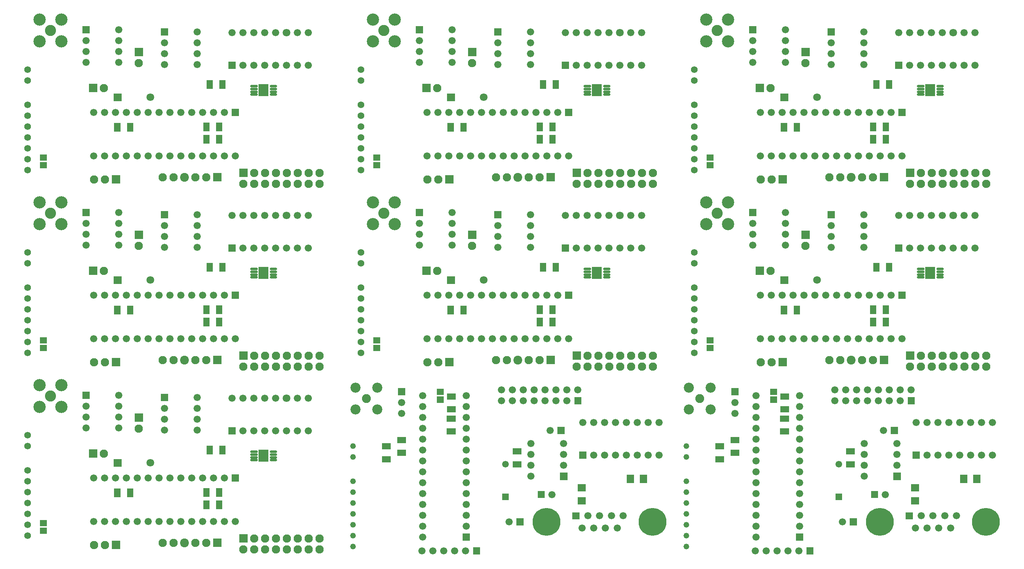
<source format=gbr>
G04 start of page 5 for group -4062 idx -4062 *
G04 Title: (unknown), soldermask *
G04 Creator: pcb 20091103 *
G04 CreationDate: Чтв 05 Янв 2012 09:41:11 UTC *
G04 For: aml *
G04 Format: Gerber/RS-274X *
G04 PCB-Dimensions: 948000 534000 *
G04 PCB-Coordinate-Origin: lower left *
%MOIN*%
%FSLAX25Y25*%
%LNBACKMASK*%
%ADD11C,0.0200*%
%ADD23C,0.0760*%
%ADD39C,0.0660*%
%ADD40C,0.0710*%
%ADD41C,0.0620*%
%ADD42C,0.1120*%
%ADD43C,0.1020*%
%ADD44C,0.0810*%
%ADD45C,0.0920*%
%ADD46C,0.0820*%
%ADD47C,0.0520*%
%ADD48C,0.2560*%
%ADD49C,0.0610*%
%ADD50R,0.0572X0.0572*%
%ADD52R,0.0660X0.0660*%
%ADD53C,0.0230*%
%ADD54R,0.0900X0.0900*%
G54D39*X151500Y429800D03*
G54D11*G36*
X109950Y447350D02*Y440250D01*
X117050D01*
Y447350D01*
X109950D01*
G37*
G54D40*X143500Y443800D03*
G54D39*X141500Y429800D03*
X131500D03*
X121500D03*
G54D11*G36*
X129200Y489100D02*Y481500D01*
X136800D01*
Y489100D01*
X129200D01*
G37*
G36*
X153200Y507100D02*Y500500D01*
X159800D01*
Y507100D01*
X153200D01*
G37*
G54D39*X156500Y493800D03*
Y483800D03*
G54D11*G36*
X81200Y509100D02*Y502500D01*
X87800D01*
Y509100D01*
X81200D01*
G37*
G54D39*X114500Y505800D03*
X84500Y495800D03*
X114500D03*
X84500Y485800D03*
Y475800D03*
X114500D03*
Y485800D03*
G54D11*G36*
X215200Y476600D02*Y470000D01*
X221800D01*
Y476600D01*
X215200D01*
G37*
G54D39*X186500Y473800D03*
Y483800D03*
Y493800D03*
X228500Y473300D03*
X238500D03*
X248500D03*
X258500D03*
G54D11*X247500Y450300D03*
G54D39*X258500Y503300D03*
X248500D03*
X238500D03*
X228500D03*
X218500D03*
X186500Y503800D03*
X111500Y429800D03*
X101500D03*
X91500D03*
G54D11*G36*
X87200Y456100D02*Y448500D01*
X94800D01*
Y456100D01*
X87200D01*
G37*
G54D23*X101000Y452300D03*
X133000Y475300D03*
G54D39*X156500Y473800D03*
G54D41*X31000Y469300D03*
Y459300D03*
Y436800D03*
Y426800D03*
Y416800D03*
Y406800D03*
Y396800D03*
Y386800D03*
Y376800D03*
G54D42*X42000Y515300D03*
G54D43*X52000Y505300D03*
G54D42*X62000Y515300D03*
Y495300D03*
X42000D03*
G54D39*X268500Y473300D03*
X278500D03*
X288500D03*
Y503300D03*
X278500D03*
G54D40*X268500D03*
G54D42*X348000Y515300D03*
X368000D03*
G54D43*X358000Y505300D03*
G54D42*X368000Y495300D03*
X348000D03*
G54D41*X337000Y469300D03*
Y459300D03*
Y436800D03*
Y426800D03*
Y416800D03*
Y406800D03*
Y396800D03*
Y386800D03*
Y376800D03*
G54D11*G36*
X108200Y372100D02*Y364500D01*
X115800D01*
Y372100D01*
X108200D01*
G37*
G54D23*X102000Y368300D03*
X92000D03*
G54D39*X114500Y337800D03*
G54D23*X155000Y370300D03*
G54D39*X91500Y389800D03*
X101500D03*
X111500D03*
X121500D03*
X131500D03*
X141500D03*
X151500D03*
G54D11*G36*
X225200Y378100D02*Y370500D01*
X232800D01*
Y378100D01*
X225200D01*
G37*
G54D23*X229000Y364300D03*
X239000Y374300D03*
Y364300D03*
X249000Y374300D03*
Y364300D03*
G54D39*X258500Y335300D03*
X248500D03*
X238500D03*
X228500D03*
X218500D03*
G54D11*G36*
X201200Y374100D02*Y366500D01*
X208800D01*
Y374100D01*
X201200D01*
G37*
G54D23*X195000Y370300D03*
X185000D03*
G54D44*X175000D03*
G54D23*X165000D03*
G54D39*X161500Y389800D03*
X171500D03*
X181500D03*
G54D11*G36*
X153200Y339100D02*Y332500D01*
X159800D01*
Y339100D01*
X153200D01*
G37*
G54D39*X186500Y335800D03*
G54D11*G36*
X218200Y433100D02*Y426500D01*
X224800D01*
Y433100D01*
X218200D01*
G37*
G54D39*X211500Y429800D03*
X201500D03*
X191500D03*
X181500D03*
X171500D03*
X161500D03*
X191500Y389800D03*
X201500D03*
X211500D03*
X221500D03*
G54D23*X259000Y374300D03*
X269000D03*
X279000D03*
X289000D03*
X299000D03*
X259000Y364300D03*
X269000D03*
X279000D03*
X289000D03*
X299000D03*
G54D39*X288500Y335300D03*
X278500D03*
G54D40*X268500D03*
G54D11*G36*
X414200Y372100D02*Y364500D01*
X421800D01*
Y372100D01*
X414200D01*
G37*
G54D23*X408000Y368300D03*
X398000D03*
G54D39*X397500Y389800D03*
X407500D03*
X417500D03*
X427500D03*
G54D11*G36*
X531200Y378100D02*Y370500D01*
X538800D01*
Y378100D01*
X531200D01*
G37*
G54D23*X535000Y364300D03*
X545000Y374300D03*
Y364300D03*
X555000Y374300D03*
Y364300D03*
X565000Y374300D03*
X575000D03*
X585000D03*
X595000D03*
X605000D03*
G54D41*X643000Y376800D03*
G54D23*X565000Y364300D03*
X575000D03*
X585000D03*
X595000D03*
X605000D03*
G54D11*G36*
X507200Y374100D02*Y366500D01*
X514800D01*
Y374100D01*
X507200D01*
G37*
G54D23*X501000Y370300D03*
X491000D03*
G54D44*X481000D03*
G54D23*X471000D03*
X461000D03*
G54D39*X437500Y389800D03*
X447500D03*
X457500D03*
X467500D03*
X477500D03*
X487500D03*
X497500D03*
X507500D03*
X517500D03*
X527500D03*
G54D41*X643000Y396800D03*
Y386800D03*
G54D11*G36*
X415950Y447350D02*Y440250D01*
X423050D01*
Y447350D01*
X415950D01*
G37*
G54D39*X457500Y429800D03*
X447500D03*
X437500D03*
X427500D03*
X417500D03*
X407500D03*
X397500D03*
G54D11*G36*
X393200Y456100D02*Y448500D01*
X400800D01*
Y456100D01*
X393200D01*
G37*
G54D23*X407000Y452300D03*
G54D11*G36*
X524200Y433100D02*Y426500D01*
X530800D01*
Y433100D01*
X524200D01*
G37*
G54D39*X517500Y429800D03*
X507500D03*
G54D11*G36*
X521200Y476600D02*Y470000D01*
X527800D01*
Y476600D01*
X521200D01*
G37*
G54D39*X534500Y473300D03*
X544500D03*
X554500D03*
X564500D03*
Y503300D03*
X554500D03*
X544500D03*
X534500D03*
X524500D03*
X574500Y473300D03*
G54D40*Y503300D03*
G54D39*X584500Y473300D03*
X594500D03*
Y503300D03*
X584500D03*
G54D11*X553500Y450300D03*
G54D39*X497500Y429800D03*
X487500D03*
X477500D03*
X467500D03*
X492500Y473800D03*
Y483800D03*
Y493800D03*
Y503800D03*
G54D11*G36*
X435200Y489100D02*Y481500D01*
X442800D01*
Y489100D01*
X435200D01*
G37*
G54D23*X439000Y475300D03*
G54D11*G36*
X459200Y507100D02*Y500500D01*
X465800D01*
Y507100D01*
X459200D01*
G37*
G54D39*X462500Y493800D03*
Y483800D03*
Y473800D03*
G54D11*G36*
X387200Y509100D02*Y502500D01*
X393800D01*
Y509100D01*
X387200D01*
G37*
G54D39*X390500Y495800D03*
Y485800D03*
Y475800D03*
X420500D03*
Y485800D03*
Y495800D03*
Y505800D03*
G54D11*G36*
X720200Y372100D02*Y364500D01*
X727800D01*
Y372100D01*
X720200D01*
G37*
G54D23*X714000Y368300D03*
X704000D03*
G54D39*X703500Y389800D03*
X713500D03*
X723500D03*
G54D23*X841000Y364300D03*
X851000Y374300D03*
X861000D03*
X871000D03*
X851000Y364300D03*
X861000D03*
X871000D03*
X881000D03*
X891000D03*
X901000D03*
X881000Y374300D03*
X891000D03*
X901000D03*
X911000D03*
Y364300D03*
G54D11*G36*
X837200Y378100D02*Y370500D01*
X844800D01*
Y378100D01*
X837200D01*
G37*
G36*
X813200Y374100D02*Y366500D01*
X820800D01*
Y374100D01*
X813200D01*
G37*
G54D23*X807000Y370300D03*
X797000D03*
G54D44*X787000D03*
G54D23*X777000D03*
X767000D03*
G54D39*X733500Y389800D03*
X743500D03*
X753500D03*
X763500D03*
X773500D03*
X783500D03*
X793500D03*
X803500D03*
X813500D03*
X823500D03*
X833500D03*
G54D40*X449500Y443800D03*
G54D11*G36*
X721950Y447350D02*Y440250D01*
X729050D01*
Y447350D01*
X721950D01*
G37*
G54D40*X755500Y443800D03*
G54D11*G36*
X830200Y433100D02*Y426500D01*
X836800D01*
Y433100D01*
X830200D01*
G37*
G54D39*X823500Y429800D03*
X813500D03*
G54D11*G36*
X827200Y476600D02*Y470000D01*
X833800D01*
Y476600D01*
X827200D01*
G37*
G54D39*X840500Y473300D03*
X850500D03*
X860500D03*
X870500D03*
Y503300D03*
X860500D03*
X850500D03*
X840500D03*
X830500D03*
X880500Y473300D03*
G54D40*Y503300D03*
G54D39*X890500Y473300D03*
X900500D03*
Y503300D03*
X890500D03*
G54D11*X859500Y450300D03*
G54D39*X773500Y429800D03*
X763500D03*
X753500D03*
X743500D03*
X733500D03*
X803500D03*
X793500D03*
X783500D03*
G54D11*G36*
X741200Y489100D02*Y481500D01*
X748800D01*
Y489100D01*
X741200D01*
G37*
G54D23*X745000Y475300D03*
G54D11*G36*
X765200Y507100D02*Y500500D01*
X771800D01*
Y507100D01*
X765200D01*
G37*
G54D39*X768500Y493800D03*
Y483800D03*
Y473800D03*
X798500D03*
Y483800D03*
Y493800D03*
Y503800D03*
G54D41*X643000Y469300D03*
Y459300D03*
Y436800D03*
Y426800D03*
Y416800D03*
Y406800D03*
G54D42*X654000Y515300D03*
Y495300D03*
X674000D03*
Y515300D03*
G54D39*X723500Y429800D03*
X713500D03*
X703500D03*
G54D43*X664000Y505300D03*
G54D11*G36*
X693200Y509100D02*Y502500D01*
X699800D01*
Y509100D01*
X693200D01*
G37*
G54D39*X696500Y495800D03*
Y485800D03*
Y475800D03*
G54D11*G36*
X699200Y456100D02*Y448500D01*
X706800D01*
Y456100D01*
X699200D01*
G37*
G54D23*X713000Y452300D03*
G54D39*X726500Y475800D03*
Y485800D03*
Y495800D03*
Y505800D03*
G54D23*X279000Y206300D03*
X289000D03*
X299000D03*
G54D11*G36*
X531200Y210100D02*Y202500D01*
X538800D01*
Y210100D01*
X531200D01*
G37*
G54D41*X337000Y208800D03*
G54D11*G36*
X414200Y204100D02*Y196500D01*
X421800D01*
Y204100D01*
X414200D01*
G37*
G54D23*X408000Y200300D03*
X398000D03*
G54D39*X397500Y221800D03*
X407500D03*
X417500D03*
G54D41*X337000Y228800D03*
Y218800D03*
G54D39*X467500Y221800D03*
X477500D03*
X487500D03*
X497500D03*
X507500D03*
X517500D03*
X527500D03*
G54D23*X545000Y206300D03*
Y196300D03*
X555000Y206300D03*
X565000D03*
X575000D03*
X585000D03*
X595000D03*
X605000D03*
X555000Y196300D03*
X565000D03*
X575000D03*
X585000D03*
X595000D03*
X605000D03*
X535000D03*
G54D11*G36*
X507200Y206100D02*Y198500D01*
X514800D01*
Y206100D01*
X507200D01*
G37*
G54D23*X501000Y202300D03*
X491000D03*
G54D41*X643000Y208800D03*
G54D44*X481000Y202300D03*
G54D23*X471000D03*
X461000D03*
G54D39*X427500Y221800D03*
X437500D03*
X447500D03*
X457500D03*
G54D11*G36*
X720200Y204100D02*Y196500D01*
X727800D01*
Y204100D01*
X720200D01*
G37*
G54D23*X714000Y200300D03*
X704000D03*
G54D39*X703500Y221800D03*
X713500D03*
X723500D03*
X733500D03*
G54D11*G36*
X837200Y210100D02*Y202500D01*
X844800D01*
Y210100D01*
X837200D01*
G37*
G54D23*X841000Y196300D03*
X851000Y206300D03*
Y196300D03*
X861000Y206300D03*
Y196300D03*
X871000Y206300D03*
X881000D03*
X891000D03*
X901000D03*
X911000D03*
X871000Y196300D03*
X881000D03*
X891000D03*
X901000D03*
X911000D03*
G54D11*G36*
X813200Y206100D02*Y198500D01*
X820800D01*
Y206100D01*
X813200D01*
G37*
G54D23*X807000Y202300D03*
X797000D03*
G54D44*X787000D03*
G54D23*X777000D03*
X767000D03*
G54D39*X743500Y221800D03*
X753500D03*
X763500D03*
X773500D03*
X783500D03*
X793500D03*
X803500D03*
X813500D03*
X823500D03*
X833500D03*
G54D41*X643000Y228800D03*
Y218800D03*
G54D11*G36*
X415950Y279350D02*Y272250D01*
X423050D01*
Y279350D01*
X415950D01*
G37*
G54D40*X449500Y275800D03*
G54D39*X467500Y261800D03*
X457500D03*
G54D11*G36*
X435200Y321100D02*Y313500D01*
X442800D01*
Y321100D01*
X435200D01*
G37*
G36*
X459200Y339100D02*Y332500D01*
X465800D01*
Y339100D01*
X459200D01*
G37*
G54D39*X462500Y325800D03*
Y315800D03*
X420500Y307800D03*
Y317800D03*
Y327800D03*
Y337800D03*
G54D11*G36*
X524200Y265100D02*Y258500D01*
X530800D01*
Y265100D01*
X524200D01*
G37*
G54D39*X517500Y261800D03*
X507500D03*
X497500D03*
X487500D03*
X477500D03*
G54D11*X553500Y282300D03*
G36*
X521200Y308600D02*Y302000D01*
X527800D01*
Y308600D01*
X521200D01*
G37*
G54D39*X534500Y305300D03*
X492500Y305800D03*
Y315800D03*
Y325800D03*
X544500Y305300D03*
X554500D03*
X564500D03*
X574500D03*
X584500D03*
X594500D03*
Y335300D03*
X584500D03*
G54D40*X574500D03*
G54D39*X564500D03*
X554500D03*
X544500D03*
X534500D03*
X524500D03*
X492500Y335800D03*
X447500Y261800D03*
X437500D03*
X427500D03*
X417500D03*
X407500D03*
G54D23*X439000Y307300D03*
G54D39*X462500Y305800D03*
G54D41*X337000Y301300D03*
Y291300D03*
G54D11*G36*
X393200Y288100D02*Y280500D01*
X400800D01*
Y288100D01*
X393200D01*
G37*
G54D23*X407000Y284300D03*
G54D39*X390500Y307800D03*
X397500Y261800D03*
G54D41*X337000Y268800D03*
Y258800D03*
Y248800D03*
Y238800D03*
G54D42*X348000Y347300D03*
G54D43*X358000Y337300D03*
G54D42*X348000Y327300D03*
X368000Y347300D03*
Y327300D03*
G54D11*G36*
X387200Y341100D02*Y334500D01*
X393800D01*
Y341100D01*
X387200D01*
G37*
G54D39*X390500Y327800D03*
Y317800D03*
G54D11*G36*
X721950Y279350D02*Y272250D01*
X729050D01*
Y279350D01*
X721950D01*
G37*
G36*
X699200Y288100D02*Y280500D01*
X706800D01*
Y288100D01*
X699200D01*
G37*
G54D23*X713000Y284300D03*
G54D40*X755500Y275800D03*
G54D39*X763500Y261800D03*
X753500D03*
X743500D03*
X733500D03*
X723500D03*
X713500D03*
X703500D03*
G54D11*G36*
X830200Y265100D02*Y258500D01*
X836800D01*
Y265100D01*
X830200D01*
G37*
G54D39*X823500Y261800D03*
X813500D03*
G54D11*G36*
X827200Y308600D02*Y302000D01*
X833800D01*
Y308600D01*
X827200D01*
G37*
G54D39*X840500Y305300D03*
X850500D03*
X860500D03*
X870500D03*
Y335300D03*
X860500D03*
X850500D03*
X840500D03*
X830500D03*
X880500Y305300D03*
G54D40*Y335300D03*
G54D39*X890500Y305300D03*
X900500D03*
Y335300D03*
X890500D03*
G54D11*X859500Y282300D03*
G54D39*X803500Y261800D03*
X793500D03*
X783500D03*
X773500D03*
G54D11*G36*
X741200Y321100D02*Y313500D01*
X748800D01*
Y321100D01*
X741200D01*
G37*
G54D23*X745000Y307300D03*
G54D11*G36*
X765200Y339100D02*Y332500D01*
X771800D01*
Y339100D01*
X765200D01*
G37*
G54D39*X768500Y325800D03*
Y315800D03*
Y305800D03*
X726500Y307800D03*
Y317800D03*
Y327800D03*
Y337800D03*
X798500Y305800D03*
Y315800D03*
Y325800D03*
Y335800D03*
G54D41*X643000Y301300D03*
G54D42*X654000Y327300D03*
G54D41*X643000Y291300D03*
Y268800D03*
Y258800D03*
Y248800D03*
Y238800D03*
G54D42*X654000Y347300D03*
G54D43*X664000Y337300D03*
G54D42*X674000Y327300D03*
Y347300D03*
G54D11*G36*
X693200Y341100D02*Y334500D01*
X699800D01*
Y341100D01*
X693200D01*
G37*
G54D39*X696500Y327800D03*
Y317800D03*
Y307800D03*
G54D11*G36*
X201200Y206100D02*Y198500D01*
X208800D01*
Y206100D01*
X201200D01*
G37*
G54D23*X195000Y202300D03*
X185000D03*
G54D44*X175000D03*
G54D23*X165000D03*
X155000D03*
G54D11*G36*
X153200Y171100D02*Y164500D01*
X159800D01*
Y171100D01*
X153200D01*
G37*
G54D39*X186500Y167800D03*
X156500Y157800D03*
Y147800D03*
Y137800D03*
X186500D03*
Y147800D03*
Y157800D03*
G54D11*G36*
X218200Y265100D02*Y258500D01*
X224800D01*
Y265100D01*
X218200D01*
G37*
G54D39*X211500Y261800D03*
X201500D03*
X191500D03*
X181500D03*
X171500D03*
X161500D03*
X151500D03*
G54D11*G36*
X215200Y308600D02*Y302000D01*
X221800D01*
Y308600D01*
X215200D01*
G37*
G54D39*X186500Y305800D03*
Y315800D03*
Y325800D03*
X228500Y305300D03*
G54D11*X247500Y282300D03*
G54D39*X238500Y305300D03*
X248500D03*
X258500D03*
X268500D03*
X278500D03*
X288500D03*
X151500Y221800D03*
X161500D03*
X171500D03*
X181500D03*
X191500D03*
X201500D03*
X211500D03*
X221500D03*
G54D40*X143500Y275800D03*
G54D39*X141500Y261800D03*
X131500D03*
X121500D03*
G54D11*G36*
X109950Y279350D02*Y272250D01*
X117050D01*
Y279350D01*
X109950D01*
G37*
G54D39*X111500Y261800D03*
X101500D03*
X91500D03*
G54D11*G36*
X87200Y288100D02*Y280500D01*
X94800D01*
Y288100D01*
X87200D01*
G37*
G54D23*X101000Y284300D03*
G54D39*X114500Y159800D03*
Y169800D03*
G54D41*X31000Y301300D03*
Y291300D03*
G54D42*X42000Y327300D03*
G54D41*X31000Y268800D03*
Y258800D03*
Y248800D03*
Y238800D03*
G54D42*X42000Y179300D03*
G54D41*X31000Y228800D03*
Y218800D03*
Y208800D03*
G54D42*X42000Y347300D03*
G54D43*X52000Y337300D03*
G54D42*X62000Y327300D03*
Y347300D03*
G54D43*X52000Y169300D03*
G54D42*X62000Y159300D03*
X42000D03*
X62000Y179300D03*
G54D11*G36*
X129200Y321100D02*Y313500D01*
X136800D01*
Y321100D01*
X129200D01*
G37*
G54D23*X133000Y307300D03*
G54D39*X156500Y325800D03*
Y315800D03*
Y305800D03*
G54D11*G36*
X81200Y341100D02*Y334500D01*
X87800D01*
Y341100D01*
X81200D01*
G37*
G54D39*X84500Y327800D03*
Y317800D03*
Y307800D03*
X114500D03*
Y317800D03*
Y327800D03*
G54D11*G36*
X108200Y36100D02*Y28500D01*
X115800D01*
Y36100D01*
X108200D01*
G37*
G54D23*X102000Y32300D03*
X92000D03*
G54D11*G36*
X225200Y42100D02*Y34500D01*
X232800D01*
Y42100D01*
X225200D01*
G37*
G54D23*X229000Y28300D03*
X239000Y38300D03*
Y28300D03*
X249000Y38300D03*
Y28300D03*
X259000Y38300D03*
Y28300D03*
X269000D03*
X279000D03*
X289000D03*
X299000D03*
X269000Y38300D03*
X279000D03*
X289000D03*
X299000D03*
G54D11*G36*
X201200Y38100D02*Y30500D01*
X208800D01*
Y38100D01*
X201200D01*
G37*
G54D23*X195000Y34300D03*
X185000D03*
G54D44*X175000D03*
G54D23*X165000D03*
X155000D03*
G54D11*G36*
X218200Y97100D02*Y90500D01*
X224800D01*
Y97100D01*
X218200D01*
G37*
G54D39*X211500Y93800D03*
X201500D03*
X191500D03*
X181500D03*
X171500D03*
X161500Y53800D03*
X171500D03*
X181500D03*
X191500D03*
X201500D03*
X211500D03*
X221500D03*
X161500Y93800D03*
X151500D03*
X141500D03*
X131500D03*
X121500D03*
X111500D03*
X101500D03*
X91500D03*
Y53800D03*
X101500D03*
X111500D03*
X121500D03*
X131500D03*
X141500D03*
X151500D03*
G54D11*G36*
X108200Y204100D02*Y196500D01*
X115800D01*
Y204100D01*
X108200D01*
G37*
G54D23*X102000Y200300D03*
X92000D03*
G54D39*X91500Y221800D03*
X101500D03*
X111500D03*
X121500D03*
X131500D03*
G54D11*G36*
X129200Y153100D02*Y145500D01*
X136800D01*
Y153100D01*
X129200D01*
G37*
G54D23*X133000Y139300D03*
G54D39*X141500Y221800D03*
X114500Y139800D03*
Y149800D03*
G54D41*X31000Y133300D03*
Y123300D03*
Y100800D03*
Y90800D03*
Y80800D03*
Y70800D03*
Y60800D03*
Y50800D03*
Y40800D03*
G54D11*G36*
X109950Y111350D02*Y104250D01*
X117050D01*
Y111350D01*
X109950D01*
G37*
G36*
X87200Y120100D02*Y112500D01*
X94800D01*
Y120100D01*
X87200D01*
G37*
G54D23*X101000Y116300D03*
G54D40*X143500Y107800D03*
G54D11*G36*
X81200Y173100D02*Y166500D01*
X87800D01*
Y173100D01*
X81200D01*
G37*
G54D39*X84500Y159800D03*
Y149800D03*
Y139800D03*
G54D11*G36*
X225200Y210100D02*Y202500D01*
X232800D01*
Y210100D01*
X225200D01*
G37*
G54D23*X229000Y196300D03*
X239000Y206300D03*
Y196300D03*
X249000Y206300D03*
Y196300D03*
X259000Y206300D03*
Y196300D03*
G54D11*G36*
X215200Y140600D02*Y134000D01*
X221800D01*
Y140600D01*
X215200D01*
G37*
G54D39*X228500Y137300D03*
X238500D03*
X248500D03*
X258500D03*
X268500D03*
X278500D03*
X288500D03*
G54D11*X247500Y114300D03*
G54D23*X269000Y206300D03*
Y196300D03*
X279000D03*
X289000D03*
X299000D03*
G54D39*X288500Y167300D03*
X278500D03*
G54D40*X268500D03*
G54D39*X258500D03*
X248500D03*
X238500D03*
X228500D03*
X218500D03*
G54D45*X332000Y177000D03*
G54D46*X342000Y167000D03*
G54D45*X352000Y157000D03*
X332000D03*
X352000Y177000D03*
G54D39*X393500Y169500D03*
G54D11*G36*
X370890Y176490D02*Y169890D01*
X377490D01*
Y176490D01*
X370890D01*
G37*
G54D39*X374190Y163190D03*
Y153190D03*
X393500Y159500D03*
Y149500D03*
Y139500D03*
Y129500D03*
Y119500D03*
Y109500D03*
Y99500D03*
Y89500D03*
Y79500D03*
Y69500D03*
Y59500D03*
Y49500D03*
Y39500D03*
X393000Y27000D03*
G54D47*X329500Y123310D03*
Y113310D03*
Y90810D03*
Y80810D03*
Y70810D03*
Y60810D03*
Y50810D03*
Y40810D03*
Y30810D03*
G54D11*G36*
X466450Y79550D02*Y73450D01*
X472550D01*
Y79550D01*
X466450D01*
G37*
G36*
X499019Y82033D02*Y75433D01*
X505619D01*
Y82033D01*
X499019D01*
G37*
G54D39*X512319Y78733D03*
X493000Y105500D03*
Y95500D03*
G54D11*G36*
X479562Y56800D02*Y50200D01*
X486162D01*
Y56800D01*
X479562D01*
G37*
G54D39*X472862Y53500D03*
G54D11*G36*
X531000Y62400D02*Y55800D01*
X537600D01*
Y62400D01*
X531000D01*
G37*
G54D39*X539700Y47900D03*
G54D48*X507300Y53500D03*
G54D39*X545100Y59100D03*
X550500Y47900D03*
X561300D03*
X572100D03*
G54D48*X604500Y53500D03*
G54D11*G36*
X517200Y140800D02*Y134200D01*
X523800D01*
Y140800D01*
X517200D01*
G37*
G54D39*X510500Y137500D03*
G54D11*G36*
X519450Y99050D02*Y91950D01*
X526550D01*
Y99050D01*
X519450D01*
G37*
G54D39*X523000Y105500D03*
Y115500D03*
Y125500D03*
X493000D03*
Y115500D03*
G54D11*G36*
X537200Y118300D02*Y111700D01*
X543800D01*
Y118300D01*
X537200D01*
G37*
G36*
X430200Y42800D02*Y36200D01*
X436800D01*
Y42800D01*
X430200D01*
G37*
G36*
X439700Y30300D02*Y23700D01*
X446300D01*
Y30300D01*
X439700D01*
G37*
G54D39*X433000Y27000D03*
X423000D03*
X413000D03*
X403000D03*
X433500Y49500D03*
Y59500D03*
Y69500D03*
Y79500D03*
Y89500D03*
Y99500D03*
Y109500D03*
Y119500D03*
Y129500D03*
Y139500D03*
Y149500D03*
Y159500D03*
Y169500D03*
X580500Y145000D03*
G54D11*G36*
X823200Y140800D02*Y134200D01*
X829800D01*
Y140800D01*
X823200D01*
G37*
G54D39*X816500Y137500D03*
X739500Y139500D03*
X699500D03*
X739500Y119500D03*
G54D47*X635500Y123310D03*
G54D39*X739500Y129500D03*
Y149500D03*
X699500D03*
Y129500D03*
Y119500D03*
G54D45*X638000Y177000D03*
G54D46*X648000Y167000D03*
G54D45*X658000Y157000D03*
X638000D03*
X658000Y177000D03*
G54D39*X739500Y159500D03*
Y169500D03*
X699500D03*
Y159500D03*
G54D11*G36*
X676890Y176490D02*Y169890D01*
X683490D01*
Y176490D01*
X676890D01*
G37*
G54D39*X680190Y163190D03*
Y153190D03*
G54D11*G36*
X838700Y168300D02*Y161700D01*
X845300D01*
Y168300D01*
X838700D01*
G37*
G54D39*X842000Y175000D03*
X832000Y165000D03*
Y175000D03*
X829000Y115500D03*
Y125500D03*
X799000D03*
Y115500D03*
G54D11*G36*
X843200Y118300D02*Y111700D01*
X849800D01*
Y118300D01*
X843200D01*
G37*
G54D39*X856500Y115000D03*
X866500D03*
X876500D03*
Y145000D03*
X866500D03*
X856500D03*
X846500D03*
X886500Y115000D03*
Y145000D03*
X896500Y115000D03*
Y145000D03*
X906500Y115000D03*
X916500D03*
Y145000D03*
X906500D03*
X822000Y175000D03*
X812000D03*
X802000D03*
X792000D03*
X822000Y165000D03*
X812000D03*
X802000D03*
X792000D03*
X782000D03*
X772000D03*
G54D11*G36*
X532700Y168300D02*Y161700D01*
X539300D01*
Y168300D01*
X532700D01*
G37*
G54D39*X536000Y175000D03*
X526000D03*
X516000D03*
X782000D03*
X772000D03*
X526000Y165000D03*
X516000D03*
X506000D03*
X496000D03*
X486000D03*
X476000D03*
X506000Y175000D03*
X496000D03*
X486000D03*
X476000D03*
X466000Y165000D03*
Y175000D03*
X550500Y115000D03*
X560500D03*
X570500D03*
X580500D03*
X590500D03*
X600500D03*
X610500D03*
Y145000D03*
X600500D03*
X590500D03*
X570500D03*
X560500D03*
X550500D03*
X540500D03*
G54D49*X469500Y106500D03*
G54D39*X555900Y59100D03*
X566700D03*
X577500D03*
G54D47*X635500Y113310D03*
Y90810D03*
Y80810D03*
Y70810D03*
Y60810D03*
Y50810D03*
Y40810D03*
Y30810D03*
G54D39*X845700Y47900D03*
G54D48*X813300Y53500D03*
G54D39*X856500Y47900D03*
X867300D03*
X878100D03*
G54D48*X910500Y53500D03*
G54D11*G36*
X772450Y79550D02*Y73450D01*
X778550D01*
Y79550D01*
X772450D01*
G37*
G36*
X805019Y82033D02*Y75433D01*
X811619D01*
Y82033D01*
X805019D01*
G37*
G54D39*X818319Y78733D03*
X739500Y79500D03*
X699500D03*
X739500Y89500D03*
X699500D03*
G54D49*X775500Y106500D03*
G54D11*G36*
X825450Y99050D02*Y91950D01*
X832550D01*
Y99050D01*
X825450D01*
G37*
G54D39*X829000Y105500D03*
X799000D03*
Y95500D03*
X739500Y99500D03*
Y109500D03*
X699500D03*
Y99500D03*
X739500Y59500D03*
Y69500D03*
X699500D03*
Y59500D03*
G54D11*G36*
X837000Y62400D02*Y55800D01*
X843600D01*
Y62400D01*
X837000D01*
G37*
G54D39*X851100Y59100D03*
X861900D03*
X872700D03*
X883500D03*
G54D11*G36*
X785562Y56800D02*Y50200D01*
X792162D01*
Y56800D01*
X785562D01*
G37*
G54D39*X778862Y53500D03*
X699500Y49500D03*
Y39500D03*
G54D11*G36*
X736200Y42800D02*Y36200D01*
X742800D01*
Y42800D01*
X736200D01*
G37*
G54D39*X739500Y49500D03*
G54D11*G36*
X745700Y30300D02*Y23700D01*
X752300D01*
Y30300D01*
X745700D01*
G37*
G54D39*X739000Y27000D03*
X729000D03*
X719000D03*
X709000D03*
X699000D03*
G54D50*X351000Y388386D02*X351786D01*
X351000Y381300D02*X351786D01*
X657000Y388386D02*X657786D01*
X657000Y381300D02*X657786D01*
X431000Y417300D02*Y414938D01*
X419190Y417300D02*Y414938D01*
X512810Y417662D02*Y415300D01*
X515810Y456662D02*Y454300D01*
X512810Y406300D02*Y403938D01*
X501000Y417662D02*Y415300D01*
X504000Y456662D02*Y454300D01*
X501000Y406300D02*Y403938D01*
G54D53*X560055Y446462D02*X564661D01*
X560055Y454138D02*X564661D01*
X560055Y451579D02*X564661D01*
X560055Y449021D02*X564661D01*
G54D54*X553500Y451300D02*Y449300D01*
G54D53*X542339Y446462D02*X546945D01*
X542339Y449021D02*X546945D01*
X542339Y451579D02*X546945D01*
X542339Y454138D02*X546945D01*
G54D50*X818810Y417662D02*Y415300D01*
X807000Y417662D02*Y415300D01*
X810000Y456662D02*Y454300D01*
X821810Y456662D02*Y454300D01*
X818810Y406300D02*Y403938D01*
X807000Y406300D02*Y403938D01*
X737000Y417300D02*Y414938D01*
X725190Y417300D02*Y414938D01*
G54D53*X866055Y446462D02*X870661D01*
X866055Y454138D02*X870661D01*
X866055Y451579D02*X870661D01*
X866055Y449021D02*X870661D01*
G54D54*X859500Y451300D02*Y449300D01*
G54D53*X848339Y446462D02*X852945D01*
X848339Y449021D02*X852945D01*
X848339Y451579D02*X852945D01*
X848339Y454138D02*X852945D01*
G54D50*X206810Y417662D02*Y415300D01*
X195000Y417662D02*Y415300D01*
G54D53*X254055Y446462D02*X258661D01*
X254055Y454138D02*X258661D01*
X254055Y451579D02*X258661D01*
X254055Y449021D02*X258661D01*
G54D54*X247500Y451300D02*Y449300D01*
G54D53*X236339Y446462D02*X240945D01*
X236339Y449021D02*X240945D01*
X236339Y451579D02*X240945D01*
X236339Y454138D02*X240945D01*
G54D50*X198000Y456662D02*Y454300D01*
X209810Y456662D02*Y454300D01*
X206810Y406300D02*Y403938D01*
X195000Y406300D02*Y403938D01*
X125000Y417300D02*Y414938D01*
X113190Y417300D02*Y414938D01*
X125000Y249300D02*Y246938D01*
X113190Y249300D02*Y246938D01*
X206810Y249662D02*Y247300D01*
X209810Y288662D02*Y286300D01*
X206810Y238300D02*Y235938D01*
X195000Y249662D02*Y247300D01*
X198000Y288662D02*Y286300D01*
X195000Y238300D02*Y235938D01*
G54D53*X254055Y278462D02*X258661D01*
X254055Y286138D02*X258661D01*
X254055Y283579D02*X258661D01*
X254055Y281021D02*X258661D01*
G54D54*X247500Y283300D02*Y281300D01*
G54D53*X236339Y278462D02*X240945D01*
X236339Y281021D02*X240945D01*
X236339Y283579D02*X240945D01*
X236339Y286138D02*X240945D01*
G54D50*X431000Y249300D02*Y246938D01*
X419190Y249300D02*Y246938D01*
X512810Y249662D02*Y247300D01*
X501000Y249662D02*Y247300D01*
X512810Y238300D02*Y235938D01*
X501000Y238300D02*Y235938D01*
X504000Y288662D02*Y286300D01*
X515810Y288662D02*Y286300D01*
G54D52*X539000Y85000D02*X540000D01*
G54D50*X479000Y106500D02*X481362D01*
X479000Y118310D02*X481362D01*
G54D52*X539000Y73000D02*X540000D01*
X584138Y93500D02*Y92500D01*
X596138Y93500D02*Y92500D01*
G54D50*X373000Y117000D02*X375362D01*
X373000Y128810D02*X375362D01*
X418638Y157000D02*X421000D01*
X418638Y168810D02*X421000D01*
X409214Y173000D02*X410000D01*
X409214Y165914D02*X410000D01*
X418500Y136690D02*X420862D01*
X418500Y148500D02*X420862D01*
X359000Y111190D02*X361362D01*
X359000Y123000D02*X361362D01*
X351000Y220386D02*X351786D01*
X351000Y213300D02*X351786D01*
X657000Y220386D02*X657786D01*
X657000Y213300D02*X657786D01*
G54D53*X560055Y278462D02*X564661D01*
X560055Y286138D02*X564661D01*
X560055Y283579D02*X564661D01*
X560055Y281021D02*X564661D01*
G54D54*X553500Y283300D02*Y281300D01*
G54D53*X542339Y278462D02*X546945D01*
X542339Y281021D02*X546945D01*
X542339Y283579D02*X546945D01*
X542339Y286138D02*X546945D01*
G54D50*X810000Y288662D02*Y286300D01*
X821810Y288662D02*Y286300D01*
X737000Y249300D02*Y246938D01*
X725190Y249300D02*Y246938D01*
G54D53*X848339Y283579D02*X852945D01*
X848339Y286138D02*X852945D01*
G54D50*X818810Y249662D02*Y247300D01*
X807000Y249662D02*Y247300D01*
X818810Y238300D02*Y235938D01*
X807000Y238300D02*Y235938D01*
G54D52*X845000Y85000D02*X846000D01*
X845000Y73000D02*X846000D01*
G54D50*X785000Y106500D02*X787362D01*
X785000Y118310D02*X787362D01*
X679000Y117000D02*X681362D01*
X679000Y128810D02*X681362D01*
X665000Y111190D02*X667362D01*
X665000Y123000D02*X667362D01*
X724638Y157000D02*X727000D01*
X724500Y136690D02*X726862D01*
X724500Y148500D02*X726862D01*
X724638Y168810D02*X727000D01*
X715214Y173000D02*X716000D01*
X715214Y165914D02*X716000D01*
G54D53*X848339Y278462D02*X852945D01*
X848339Y281021D02*X852945D01*
X866055Y286138D02*X870661D01*
X866055Y283579D02*X870661D01*
G54D54*X859500Y283300D02*Y281300D01*
G54D53*X866055Y278462D02*X870661D01*
X866055Y281021D02*X870661D01*
G54D52*X890138Y93500D02*Y92500D01*
X902138Y93500D02*Y92500D01*
G54D50*X45000Y388386D02*X45786D01*
X45000Y381300D02*X45786D01*
X45000Y220386D02*X45786D01*
X45000Y213300D02*X45786D01*
X45000Y52386D02*X45786D01*
X45000Y45300D02*X45786D01*
X206810Y81662D02*Y79300D01*
X195000Y81662D02*Y79300D01*
X206810Y70300D02*Y67938D01*
X195000Y70300D02*Y67938D01*
X125000Y81300D02*Y78938D01*
X113190Y81300D02*Y78938D01*
X198000Y120662D02*Y118300D01*
X209810Y120662D02*Y118300D01*
G54D53*X254055Y110462D02*X258661D01*
X254055Y118138D02*X258661D01*
X254055Y115579D02*X258661D01*
X254055Y113021D02*X258661D01*
X236339Y110462D02*X240945D01*
X236339Y113021D02*X240945D01*
X236339Y115579D02*X240945D01*
X236339Y118138D02*X240945D01*
G54D54*X247500Y115300D02*Y113300D01*
M02*

</source>
